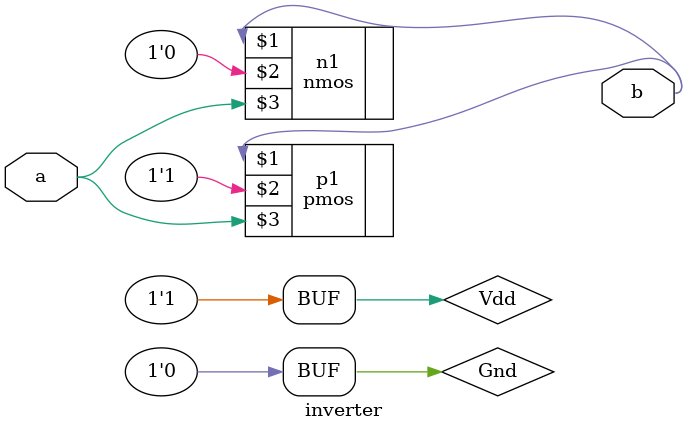
<source format=v>
module inverter(a,b);
input a;
output b;
supply1 Vdd;
supply0 Gnd;
pmos p1(b,Vdd,a);
nmos n1(b,Gnd,a);
endmodule

</source>
